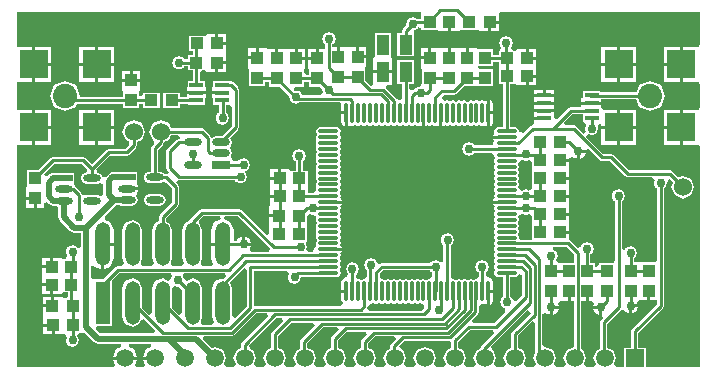
<source format=gtl>
%FSTAX23Y23*%
%MOIN*%
%SFA1B1*%

%IPPOS*%
%ADD10R,0.096063X0.096063*%
%ADD11C,0.080709*%
%ADD12R,0.043307X0.066929*%
%ADD13R,0.039370X0.043307*%
%ADD14R,0.043307X0.039370*%
%ADD15O,0.050000X0.144882*%
%ADD16R,0.050000X0.144882*%
%ADD17R,0.047244X0.013780*%
%ADD18O,0.059055X0.023622*%
%ADD19R,0.059055X0.023622*%
%ADD20O,0.059055X0.027559*%
%ADD21R,0.059055X0.027559*%
%ADD22R,0.045275X0.017716*%
%ADD23O,0.070866X0.011811*%
%ADD24O,0.011811X0.070866*%
%ADD25C,0.010000*%
%ADD26C,0.020000*%
%ADD27C,0.030000*%
%ADD28C,0.059055*%
%ADD29R,0.059055X0.059055*%
%ADD30C,0.060000*%
%ADD31C,0.020000*%
%LNtwo_ant_fpga_board-1*%
%LPD*%
G36*
X02998Y02018D02*
X03003Y02017D01*
Y02*
X02994Y01995*
X02994Y01995*
X02985Y01991*
X02983*
X02974Y01995*
X02974Y01995*
X02973Y01994*
X02964Y01991*
X02956Y01994*
X02955Y01995*
X02953Y01994*
X02945Y01991*
X02936Y01994*
X02935Y01995*
X02935Y01995*
X02926Y01991*
X02924*
X02915Y01995*
X02906Y01991*
X02905*
X02895Y01995*
X02886Y01991*
X02885*
X02876Y01995*
X02867Y01991*
X02865*
X02856Y01995*
X02847Y01991*
X02845*
X02836Y01995*
X02829Y02*
Y02012*
X02839Y02023*
X02997*
X02998Y02018*
G37*
G36*
X02316Y02003D02*
X02308Y01994D01*
X02305Y01996*
X02281Y01986*
X02271Y01962*
Y01867*
X02277Y01851*
X02271Y01841*
X02238*
X02232Y01851*
X02238Y01867*
Y01962*
X02228Y01986*
X02205Y01996*
X02186Y01988*
X02176Y01994*
X02172Y02003*
X02177Y02013*
X02312*
X02316Y02003*
G37*
G36*
X02594Y02635D02*
X0263D01*
X02638Y02627*
X02637Y02625*
X0264Y02616*
X02633Y02606*
X02569*
X02566Y02616*
X0255Y02622*
X02547Y02621*
X02543Y02625*
X02547Y02635*
X02575*
Y02651*
X02594*
Y02635*
G37*
G36*
X02299Y02193D02*
X02278Y02184D01*
X02267Y02157*
Y02115*
X02305*
Y02105*
X02267*
Y02062*
X02274Y02045*
X02268Y02036*
X02238*
X02232Y02046*
X02238Y02062*
Y02157*
X02228Y02181*
X02226Y0219*
X02239Y02203*
X02297*
X02299Y02193*
G37*
G36*
X02137Y02003D02*
X02133Y01994D01*
X02123Y01988*
X02105Y01996*
X02081Y01986*
X02071Y01962*
Y01879*
X02061Y01875*
X02038Y01898*
Y01962*
X02028Y01986*
X02005Y01996*
X01981Y01986*
X01971Y01962*
Y01867*
X01981Y01843*
X02005Y01834*
X02028Y01843*
X02034Y01857*
X02044Y01859*
X02081Y01821*
X02077Y01812*
X01897*
X01882Y01826*
X01886Y01836*
X01935*
Y01989*
X01959Y02013*
X02132*
X02137Y02003*
G37*
G36*
X03303Y02008D02*
Y01939D01*
X03284Y01921*
X03272Y01923*
X03268Y01933*
X03264Y01935*
Y02*
X03281*
X0329Y02004*
X0329Y02004*
X03293Y0201*
X03303Y02008*
G37*
G36*
X02935Y0191D02*
X02935Y0191D01*
X02936Y0191*
X02945Y01913*
X02953Y0191*
X02955Y0191*
X02956Y0191*
X02964Y01913*
X02973Y0191*
X02974Y0191*
X02977Y01908*
X02978Y01896*
X0297Y01888*
X02793*
X02787Y01898*
X02789Y01902*
Y01905*
X02797Y0191*
X02798Y0191*
X02807Y01913*
X02816Y0191*
X02817Y0191*
X02817Y0191*
X02826Y01914*
X02827*
X02836Y0191*
X02836Y0191*
X02837Y0191*
X02846Y01913*
X02855Y0191*
X02856Y0191*
X02856Y0191*
X02865Y01914*
X02867*
X02876Y0191*
X02885Y01914*
X02886*
X02895Y0191*
X02905Y01914*
X02906*
X02915Y0191*
X02924Y01914*
X02926*
X02935Y0191*
G37*
G36*
X0373Y01923D02*
X03753D01*
Y01909*
X03671Y01828*
X03668Y0182*
Y01765*
X03644*
Y017*
X03616*
X0361Y0171*
X03618Y0173*
X03607Y01757*
X03586Y01765*
Y01845*
X03633Y01891*
X03643Y0189*
X03645Y01885*
X0366Y0188*
Y01905*
X03665*
Y0191*
X0369*
X03687Y01915*
X03688Y01915*
X03694Y01923*
X03695*
X0372*
Y01955*
X0373*
Y01923*
G37*
G36*
X03465Y01921D02*
X03478D01*
Y01767*
X03452Y01757*
X03441Y0173*
X03449Y0171*
X03443Y017*
X03416*
X0341Y0171*
X03418Y0173*
X03407Y01757*
X0338Y01768*
X03371Y01773*
Y01876*
X03381Y0188*
X03395Y01875*
Y019*
X034*
Y01905*
X03425*
X03422Y01911*
X03423Y01913*
X03429Y01921*
X0343*
X03455*
Y01953*
X03465*
Y01921*
G37*
G36*
X02164Y02463D02*
X02163Y02461D01*
X0216*
X02151Y02458*
X02121Y02428*
X02118Y0242*
Y02365*
X02121Y02356*
X02126Y02351*
X02121Y02342*
X02117Y02344*
X02111*
X0211Y02346*
X02097Y02351*
X02091*
Y02424*
X02108Y02441*
X02111Y0245*
Y0245*
X02127Y02457*
X02134Y02473*
X02158*
X02164Y02463*
G37*
G36*
X03315Y02387D02*
X03325Y02391D01*
X03335Y02385*
Y02364*
Y02355*
Y02304*
Y02295*
X03327Y02289*
X03325Y02288*
X03315Y02292*
X03303Y02288*
X03293Y02293*
X03291Y02299*
X03294Y02307*
X03294Y02309*
X03294Y02309*
X0329Y02318*
Y02319*
X03294Y02328*
X03294Y02328*
X03294Y02329*
X03291Y02338*
X03294Y02347*
X03294Y02348*
X03294Y02349*
X03291Y02358*
X03294Y02367*
X03294Y02368*
X03294Y02368*
X0329Y02377*
Y02378*
X03293Y02385*
X03302Y02391*
X03303Y02391*
X03315Y02387*
G37*
G36*
X03561Y02391D02*
X0357Y02388D01*
X03595*
X03646Y02336*
X03655Y02333*
X03738*
X03745Y02323*
X03742Y02315*
X03748Y02298*
X03753Y02297*
Y02058*
X0375Y02049*
X03743*
X03699*
X0369*
X03676*
Y02062*
X03681Y02063*
X03687Y0208*
X03681Y02096*
X03665Y02102*
X03648Y02096*
X03646Y02091*
X03636Y02093*
Y02252*
X03641Y02253*
X03647Y0227*
X03641Y02286*
X03625Y02292*
X03608Y02286*
X03602Y0227*
X03608Y02253*
X03613Y02252*
Y02056*
X0361Y02047*
X03569*
X03569Y02047*
X03568Y02047*
X03559*
Y02042*
X03552Y02034*
X03545Y02035*
Y02047*
X03531*
Y02077*
X03536Y02078*
X03542Y02095*
X03536Y02111*
X0352Y02117*
X03503Y02111*
X03499Y02101*
X03488Y02098*
X03466Y0212*
X03461Y02122*
Y02145*
X0343*
Y02155*
X03461*
Y0217*
Y02179*
Y02189*
Y02205*
X0343*
Y02215*
X03461*
Y0223*
Y02239*
Y02249*
Y02265*
X0343*
Y02275*
X03461*
Y0229*
Y02299*
Y02309*
Y02325*
X0343*
Y02335*
X03461*
Y0235*
Y02359*
Y02369*
Y02385*
X0343*
Y02395*
X03461*
Y02397*
X03471Y024*
X03485Y02395*
Y0242*
X0349*
Y02425*
X03518*
X03524Y02429*
X03561Y02391*
G37*
G36*
X03505Y02516D02*
X03511D01*
X03517Y02506*
X03512Y02495*
X03516Y02484*
X03508Y02478*
X03483Y02503*
X03475Y02506*
X03446*
X03442Y02516*
X03469Y02543*
X03505*
Y02516*
G37*
G36*
X01854Y02359D02*
X01852Y02353D01*
X0185Y02348*
X01838Y02343*
X01832Y02329*
X01838Y02316*
X01851Y0231*
X01887*
X01897Y02314*
X01907Y02309*
Y02275*
X01907Y02274*
X01899Y02269*
X01887Y02274*
X01851*
X01846Y02272*
X01836Y02275*
X01833Y02283*
X01816Y023*
X01812Y02302*
X01812Y02302*
X0181Y02312*
Y02347*
X01739*
Y02346*
X01727Y02342*
X01721Y02336*
X0171Y02339*
X0171Y02343*
X01744Y02378*
X01835*
X01854Y02359*
G37*
G36*
X02463Y02094D02*
X02459Y02084D01*
X02401*
X02395Y02094*
X024Y02105*
X02375*
Y0211*
X0237*
Y02135*
X02355Y02129*
X02352Y02121*
X02342*
Y02157*
X02331Y02184*
X0231Y02193*
X02312Y02203*
X02355*
X02463Y02094*
G37*
G36*
X03478Y02075D02*
Y02047D01*
X03434*
X03425*
X03419Y02054*
X03417Y02057*
X03422Y0207*
X03416Y02086*
X03405Y0209*
X03407Y021*
X03452*
X03478Y02075*
G37*
G36*
X03315Y02207D02*
X03325Y02211D01*
X03335Y02205*
Y02184*
Y02175*
Y02124*
X03325Y02124*
X03299*
X03294Y02131*
X03294Y02132*
X03291Y02141*
X03294Y0215*
X03294Y02151*
X03294Y02152*
X03291Y02161*
X03294Y0217*
X03294Y02171*
X03294Y02171*
X0329Y0218*
Y02181*
X03294Y0219*
X03294Y0219*
X03294Y02192*
X03291Y022*
X03293Y02206*
X03303Y02211*
X03315Y02207*
G37*
G36*
X02605D02*
X02606Y02207D01*
X02618Y02202*
X02618Y022*
X02615Y02192*
X02615Y0219*
X02615Y0219*
X02619Y02181*
Y0218*
X02615Y02171*
X02615Y02171*
X02615Y0217*
X02618Y02161*
X02615Y02152*
X02615Y02151*
X02615Y0215*
X02618Y02141*
X02615Y02132*
X02615Y02131*
X02615Y02131*
X02619Y02122*
Y02121*
X02615Y02112*
X02618Y02105*
X02616Y02104*
X02611Y02092*
X02605Y02084*
X0259*
X02584Y02093*
X02587Y021*
X02583Y02109*
X02587Y02119*
Y0217*
Y02179*
Y02203*
X02597Y0221*
X02605Y02207*
G37*
G36*
X03068Y01785D02*
Y01763D01*
X03052Y01757*
X03041Y0173*
X03049Y0171*
X03043Y017*
X03016*
X0301Y0171*
X03018Y0173*
X03007Y01757*
X0298Y01768*
X02952Y01757*
X02941Y0173*
X02949Y0171*
X02943Y017*
X02916*
X0291Y0171*
X02918Y0173*
X02907Y01757*
X02895Y01762*
X02893Y01771*
X02909Y01788*
X03063*
X03068Y01785*
G37*
G36*
X02882Y01793D02*
X02866Y01778D01*
X02863Y0177*
Y01761*
X02852Y01757*
X02841Y0173*
X02849Y0171*
X02843Y017*
X02816*
X0281Y0171*
X02818Y0173*
X02807Y01757*
X02791Y01763*
Y0178*
X02814Y01803*
X02878*
X02882Y01793*
G37*
G36*
X03211Y01813D02*
X03166Y01768D01*
X03163Y01761*
X03152Y01757*
X03141Y0173*
X03149Y0171*
X03143Y017*
X03116*
X0311Y0171*
X03118Y0173*
X03107Y01757*
X03091Y01763*
Y01785*
X03129Y01823*
X03207*
X03211Y01813*
G37*
G36*
X03348Y01848D02*
Y0175D01*
X03348Y01747*
X03341Y0173*
X03349Y0171*
X03343Y017*
X03316*
X0331Y0171*
X03318Y0173*
X03307Y01757*
X03291Y01763*
Y01805*
X03338Y01852*
X03348Y01848*
G37*
G36*
X03331Y01885D02*
X03332Y01878D01*
X03271Y01818*
X03268Y0181*
Y01763*
X03252Y01757*
X03241Y0173*
X03249Y0171*
X03243Y017*
X03216*
X0321Y0171*
X03218Y0173*
X03207Y01757*
X03202Y01759*
X032Y01768*
X03321Y01889*
X03331Y01885*
G37*
G36*
X02787Y01808D02*
X02771Y01793D01*
X02768Y01785*
Y01763*
X02752Y01757*
X02741Y0173*
X02749Y0171*
X02743Y017*
X02716*
X0271Y0171*
X02718Y0173*
X02707Y01757*
X02691Y01763*
Y0179*
X02719Y01818*
X02783*
X02787Y01808*
G37*
G36*
X02458Y0187D02*
X02371Y01783D01*
X02368Y01775*
Y01763*
X02352Y01757*
X02341Y0173*
X02349Y0171*
X02343Y017*
X02316*
X0231Y0171*
X02318Y0173*
X02307Y01757*
X0228Y01768*
X0227Y01764*
X0224Y01793*
X02244Y01803*
X02336*
X02344Y01806*
X02417Y01879*
X02454*
X02458Y0187*
G37*
G36*
X03895Y02776D02*
X03892Y02767D01*
X03885*
X03839*
Y02709*
Y0265*
X03885*
X03892*
X03895Y02641*
Y02566*
X03892Y02557*
X03885*
X03839*
Y02499*
Y02441*
X03885*
X03892*
X03895Y02432*
Y017*
X03715*
Y01765*
X03691*
Y01815*
X03773Y01896*
X03776Y01905*
Y02297*
X03781Y02298*
X03787Y02315*
X03793Y02326*
X03796Y02326*
X03807Y02315*
X03801Y023*
X03812Y02272*
X0384Y02261*
X03867Y02272*
X03878Y023*
X03867Y02327*
X0384Y02338*
X03824Y02332*
X03803Y02353*
X03795Y02356*
X03659*
X03608Y02408*
X036Y02411*
X03574*
X03518Y02468*
X03524Y02476*
X03535Y02472*
X03551Y02478*
X03557Y02495*
X03555Y02501*
X03561Y0251*
X03566Y0251*
X03567Y02507*
Y02504*
X0362*
Y02557*
X03576*
X03568Y02563*
Y02567*
Y02575*
X03535*
X03501*
Y02566*
X03465*
X03456Y02563*
X0342Y02527*
X03411Y02531*
Y0255*
X03377*
X03343*
Y02538*
Y02534*
X03377*
Y02524*
X03343*
Y02512*
X03336Y02505*
X03331Y02503*
X03309Y02481*
X03296Y02482*
X03294Y02485*
X03294Y02486*
X0329Y02495*
X0329Y02495*
X03281Y02499*
X03264*
Y02644*
X0328*
X03288Y0264*
X03289*
X03315*
Y0267*
X0332*
Y02675*
X03351*
Y0269*
Y02699*
Y02709*
Y02725*
X0332*
Y0273*
X03315*
Y02759*
X03289*
X03288*
X0328Y02755*
X0327Y02756*
X03266Y02765*
X03272Y0278*
X03266Y02796*
X0325Y02802*
X03233Y02796*
X03227Y0278*
X03233Y02765*
X03229Y02755*
X03225*
Y02741*
X03205*
Y02759*
X03158*
X03149Y02763*
X03145*
X03125*
Y02731*
X03115*
Y02763*
X03099*
X0309*
X0308*
X03065*
Y02731*
X03055*
Y02763*
X03034*
X03027*
X0302*
X03*
Y02731*
X02995*
Y02726*
X02965*
Y027*
Y027*
X02969Y02691*
Y0269*
Y02646*
X02965Y02637*
X0296Y02635*
X02948Y02631*
X02947Y02626*
X02945*
X02937Y02623*
X02927Y02627*
Y02645*
X02942*
Y02724*
X02887*
Y02645*
X02903*
Y02597*
X02895Y0259*
X02886Y02592*
X02884Y02597*
X0285Y02631*
X02852Y0264*
X02853Y02641*
X02871*
Y0268*
X02808*
Y02646*
Y02641*
X028Y02636*
X02799*
X0278Y02656*
Y02695*
X02784Y02703*
Y02704*
Y0273*
X02755*
Y02735*
X0275*
Y02766*
X02729*
X02722*
X02715*
X02695*
Y02735*
X02685*
Y02766*
X02671*
Y02777*
X02676Y02778*
X02682Y02795*
X02676Y02811*
X0266Y02817*
X02643Y02811*
X02637Y02795*
X02643Y02778*
X02648Y02777*
Y02761*
X02625*
Y0273*
X0262*
Y02725*
X0259*
Y02698*
X02594Y0269*
Y02674*
X02582*
X02575Y02682*
Y0269*
X02579Y02698*
Y02699*
Y02725*
X0255*
Y0273*
X02545*
Y02761*
X02524*
X02517*
X0251*
X0249*
Y0273*
X0248*
Y02761*
X02458*
X02449Y02763*
X02446*
X02425*
Y02731*
X0242*
Y02726*
X0239*
Y027*
Y027*
X02394Y02691*
Y0269*
Y02637*
X02445*
Y02651*
X02459*
Y02635*
X02495*
X02528Y02602*
X02527Y026*
X02533Y02583*
X0255Y02577*
X02564Y02583*
X02697*
X02701Y02576*
Y02552*
X02718*
Y02547*
X02723*
Y02502*
X0273Y02505*
X02738Y02504*
X02739Y02505*
X02748Y02508*
X02757Y02505*
X02758Y02504*
X02758Y02504*
X02767Y02508*
X02768*
X02777Y02504*
X02777Y02504*
X02778Y02505*
X02787Y02508*
X02796Y02505*
X02797Y02504*
X02798Y02505*
X02807Y02508*
X02816Y02505*
X02817Y02504*
X02818Y02505*
X02827Y02508*
X02835Y02505*
X02836Y02504*
X02837Y02505*
X02846Y02508*
X02855Y02505*
X02856Y02504*
X02857Y02505*
X02866Y02508*
X02875Y02505*
X02876Y02504*
X02877Y02505*
X02886Y02508*
X02894Y02505*
X02895Y02504*
X02897Y02505*
X02905Y02508*
X02914Y02505*
X02915Y02504*
X02916Y02505*
X02925Y02508*
X02934Y02505*
X02935Y02504*
X02936Y02505*
X02945Y02508*
X02953Y02505*
X02955Y02504*
X02961Y02507*
X02962Y02505*
X02969Y02502*
Y02547*
X02979*
Y02502*
X02986Y02505*
X02987Y02507*
X02994Y02504*
X02995Y02505*
X03004Y02508*
X03012Y02505*
X03014Y02504*
X03021Y02505*
X03028Y02502*
Y02547*
X03038*
Y02502*
X03045Y02505*
X03046Y02507*
X03053Y02504*
X03054Y02505*
X03063Y02508*
X03072Y02505*
X03073Y02504*
X03073Y02504*
X03082Y02508*
X03083*
X03092Y02504*
X03092Y02504*
X03093Y02505*
X03102Y02508*
X03111Y02505*
X03112Y02504*
X03112Y02504*
X03121Y02508*
X03123*
X03132Y02504*
X03132Y02504*
X03133Y02505*
X03142Y02508*
X0315Y02505*
X03151Y02504*
X03152Y02505*
X03161Y02508*
X0317Y02505*
X03171Y02504*
X03179Y02505*
X03186Y02502*
Y02547*
Y02591*
X03179Y02588*
X03171Y02589*
X0317Y02589*
X03161Y02586*
X03152Y02589*
X03151Y02589*
X0315Y02589*
X03142Y02586*
X03133Y02589*
X03132Y02589*
X03132Y02589*
X03123Y02585*
X03121*
X03112Y02589*
X03112Y02589*
X03111Y02589*
X03102Y02586*
X03093Y02589*
X03092Y02589*
X03092Y02589*
X03083Y02585*
X03082*
X03073Y02589*
X03073Y02589*
X03072Y02589*
X03063Y02586*
X03054Y02589*
X03053Y02589*
X03046Y02586*
X03045Y02588*
X0304Y02591*
X03037Y02601*
X03042Y02608*
X03075*
X03083Y02611*
X03109Y02637*
X03145*
X03154*
X03205*
Y02692*
X03163*
X03158Y02699*
X03157Y02702*
X03159Y02704*
X03205*
Y02718*
X03225*
Y02704*
Y02695*
Y02644*
X0324*
Y02499*
X03222*
X03213Y02495*
X03213Y02495*
X03209Y02486*
X0321Y02478*
X03207Y02471*
X03252*
Y02461*
X03207*
X0321Y02454*
X03208Y02444*
X03204Y02439*
X03144*
X03142Y02443*
X03126Y02449*
X0311Y02443*
X03103Y02427*
X0311Y02411*
X03126Y02404*
X03142Y02411*
X03144Y02415*
X03204*
X03209Y02407*
X0321Y02406*
X03213Y02397*
X0321Y02388*
X03209Y02387*
X03209Y02387*
X03213Y02378*
Y02377*
X03209Y02368*
X03209Y02368*
X0321Y02367*
X03213Y02358*
X0321Y02349*
X03209Y02348*
X0321Y02347*
X03213Y02338*
X0321Y02329*
X03209Y02328*
X03209Y02328*
X03213Y02319*
Y02318*
X03209Y02309*
X03209Y02309*
X0321Y02307*
X03213Y02299*
X0321Y0229*
X03209Y02289*
X03209Y02289*
X03213Y0228*
Y02278*
X03209Y02269*
X03212Y02263*
X0321Y02262*
X03207Y02255*
X03252*
Y02245*
X03207*
X0321Y02237*
X03212Y02236*
X03209Y0223*
X03213Y02221*
Y02219*
X03209Y0221*
X03209Y0221*
X0321Y02209*
X03213Y022*
X0321Y02192*
X03209Y0219*
X03209Y0219*
X03213Y02181*
Y0218*
X03209Y02171*
X03209Y02171*
X0321Y0217*
X03213Y02161*
X0321Y02152*
X03209Y02151*
X0321Y0215*
X03213Y02141*
X0321Y02132*
X03209Y02131*
X03209Y02131*
X03213Y02122*
Y02121*
X03209Y02112*
X03209Y02112*
X0321Y02111*
X03213Y02102*
X0321Y02093*
X03209Y02092*
X0321Y02091*
X03213Y02082*
X0321Y02073*
X03209Y02072*
X03209Y02072*
X03213Y02063*
Y02062*
X03209Y02053*
X03209Y02053*
X0321Y02052*
X03213Y02043*
X0321Y02034*
X03209Y02033*
X03209Y02033*
X03213Y02024*
Y02022*
X03209Y02013*
X03213Y02004*
X03222Y02*
X0324*
Y01935*
X03236Y01933*
X03229Y01917*
X03236Y01901*
X03246Y01897*
X03248Y01885*
X0321Y01846*
X0314*
X03136Y01856*
X03156Y01876*
X03159Y01884*
Y01904*
X03168Y0191*
X03171Y0191*
X03171Y0191*
X03179Y01911*
X03186Y01908*
Y01952*
X03191*
Y01957*
X03208*
Y01982*
X03203Y01994*
X03191Y01999*
X03183Y02004*
Y02017*
X03186Y02018*
X03192Y02035*
X03186Y02051*
X0317Y02057*
X03153Y02051*
X03147Y02035*
X03153Y02018*
X03159Y02016*
Y02*
X03151Y01995*
X0315Y01994*
X03142Y01991*
X03133Y01994*
X03132Y01995*
X03132Y01995*
X03123Y01991*
X03121*
X03112Y01995*
X03112Y01995*
X03111Y01994*
X03102Y01991*
X03093Y01994*
X03092Y01995*
X03092Y01995*
X03083Y01991*
X03082*
X03073Y01995*
X03065Y02*
Y02106*
X03071Y02108*
X03077Y02125*
X03071Y02141*
X03055Y02147*
X03038Y02141*
X03032Y02125*
X03038Y02108*
X03041Y02107*
Y02051*
X03031Y0205*
X03031Y02051*
X03015Y02057*
X02998Y02051*
X02997Y02046*
X02835*
X02826Y02043*
X02818Y02049*
X02816Y02056*
X028Y02062*
X02783Y02056*
X02777Y0204*
X02783Y02023*
X02785Y02023*
Y02*
X02777Y01995*
X02776Y01994*
X02767Y01991*
X02759Y01994*
X02758Y01995*
X02751Y01999*
X02752Y02009*
X02754Y0201*
X02761Y02026*
X02754Y02042*
X02738Y02049*
X02722Y02042*
X02715Y02026*
X02722Y0201*
X0272Y02*
X02718Y01999*
X02706Y01994*
X02701Y01982*
Y01957*
X02718*
Y01947*
X02701*
Y01923*
X02705Y01913*
X02701Y01903*
X02412*
X0241Y01904*
Y02021*
X02521*
X02527Y02011*
X02522Y02*
X02528Y01983*
X02545Y01977*
X02561Y01983*
X02567Y02*
X02568Y02001*
X02625*
X02628Y02*
X02687*
X02696Y02004*
X027Y02013*
X02696Y02022*
Y02024*
X027Y02033*
X027Y02033*
X02699Y02034*
X02696Y02043*
X02699Y02052*
X027Y02053*
X027Y02053*
X02696Y02062*
Y02063*
X027Y02072*
X02697Y02079*
X02699Y0208*
X02702Y02087*
X02657*
Y02097*
X02702*
X02699Y02104*
X02697Y02105*
X027Y02112*
X02696Y02121*
Y02122*
X027Y02131*
X027Y02131*
X02699Y02132*
X02696Y02141*
X02699Y0215*
X027Y02151*
X02699Y02152*
X02696Y02161*
X02699Y0217*
X027Y02171*
X027Y02171*
X02696Y0218*
Y02181*
X027Y0219*
X027Y0219*
X02699Y02192*
X02696Y022*
X02699Y02209*
X027Y0221*
X027Y0221*
X02696Y02219*
Y02221*
X027Y0223*
X02697Y02236*
X02699Y02237*
X02702Y02245*
X02657*
Y02255*
X02702*
X02699Y02262*
X02697Y02263*
X027Y02269*
X02696Y02278*
Y0228*
X027Y02289*
X027Y02289*
X02699Y0229*
X02696Y02299*
X02699Y02307*
X027Y02309*
X027Y02309*
X02696Y02318*
Y02319*
X027Y02328*
X027Y02328*
X02699Y02329*
X02696Y02338*
X02699Y02347*
X027Y02348*
X02699Y02349*
X02696Y02358*
X02699Y02367*
X027Y02368*
X027Y02368*
X02696Y02377*
Y02378*
X027Y02387*
X027Y02387*
X02699Y02388*
X02696Y02397*
X02699Y02406*
X027Y02407*
X027Y02407*
X02696Y02416*
Y02418*
X027Y02427*
X027Y02427*
X02699Y02428*
X02696Y02437*
X02699Y02445*
X027Y02446*
X02699Y02447*
X02696Y02456*
X02699Y02465*
X027Y02466*
X027Y02466*
X02696Y02475*
Y02477*
X027Y02486*
X02696Y02495*
X02687Y02499*
X02628*
X02619Y02495*
X02615Y02486*
X02619Y02477*
Y02475*
X02615Y02466*
X02615Y02466*
X02615Y02465*
X02618Y02456*
X02615Y02447*
X02615Y02446*
X02615Y02445*
X02618Y02437*
X02615Y02428*
X02615Y02427*
X02615Y02427*
X02619Y02418*
Y02416*
X02615Y02407*
X02615Y02407*
X02615Y02406*
X02618Y02397*
X02615Y02388*
X02615Y02387*
X02615Y02387*
X02619Y02378*
Y02377*
X02615Y02368*
X02615Y02368*
X02615Y02367*
X02618Y02358*
X02615Y02349*
X02615Y02348*
X02615Y02347*
X02618Y02338*
X02615Y02329*
X02615Y02328*
X02615Y02328*
X02619Y02319*
Y02318*
X02615Y02309*
X02615Y02309*
X02615Y02307*
X02618Y02299*
X02615Y0229*
X02615Y02289*
X0261Y02281*
X02589*
Y02295*
Y02304*
Y02355*
X02573*
Y02387*
X02576Y02388*
X02582Y02405*
X02576Y02421*
X0256Y02427*
X02543Y02421*
X02537Y02405*
X02543Y02388*
X0255Y02386*
Y02355*
X02534*
X02526Y02359*
X025*
Y0233*
X02495*
Y02325*
X02463*
Y023*
Y02299*
Y02275*
X02495*
Y02265*
X02463*
Y0224*
X02461Y02234*
Y02231*
Y0221*
X02493*
Y022*
X02461*
Y02175*
Y02174*
Y02143*
X02452Y02139*
X02368Y02223*
X0236Y02226*
X02235*
X02226Y02223*
X02196Y02193*
X02193Y02186*
X02181Y02181*
X02171Y02157*
Y02062*
X02177Y02046*
X02171Y02036*
X02138*
X02132Y02046*
X02138Y02062*
Y02157*
X02128Y02181*
X02118Y02185*
X02117Y02195*
X02158Y02236*
X02161Y02245*
Y023*
X02158Y02308*
X0215Y02316*
X02156Y02324*
X0216Y02323*
X02347*
X02348Y02318*
X02365Y02312*
X02381Y02318*
X02387Y02335*
X02381Y02351*
Y02354*
X02391Y02358*
X02397Y02375*
X02391Y02391*
X02375Y02397*
X02358Y02391*
X02357Y02387*
X0234*
X02335Y02394*
X02334Y02404*
X02337Y02412*
X02332Y02424*
X02331Y02431*
X02332Y02438*
X02337Y0245*
X02331Y02464*
X02358Y02491*
X02361Y025*
Y02625*
X02358Y02633*
X02342Y02649*
X02334Y02652*
X0233*
Y02655*
X02273*
Y02633*
X02269*
Y0262*
X02302*
Y0261*
X02269*
Y02596*
X02273*
Y02574*
X02293*
Y02547*
X02288Y02546*
X02282Y0253*
X02288Y02513*
X02305Y02507*
X02321Y02513*
X02327Y0253*
X02321Y02546*
X02316Y02547*
Y02574*
X0233*
X02338Y02567*
Y02504*
X02304Y02471*
X02284*
X02275Y02467*
X02268Y02465*
X02263Y02472*
X02263Y02473*
X02243Y02493*
X02235Y02496*
X02134*
X02127Y02512*
X021Y02523*
X02072Y02512*
X02061Y02485*
X02072Y02457*
X02076Y02455*
X02078Y02445*
X02071Y02437*
X02067Y02429*
Y02351*
X02061*
X02048Y02346*
X02042Y02332*
X02048Y02318*
X02061Y02313*
X02097*
X0211Y02318*
X02119Y02314*
X02138Y02295*
Y02249*
X02096Y02208*
X02093Y022*
Y02186*
X02081Y02181*
X02071Y02157*
Y02062*
X02077Y02046*
X02071Y02036*
X02038*
X02032Y02046*
X02038Y02062*
Y02157*
X02028Y02181*
X02005Y0219*
X01981Y02181*
X01971Y02157*
Y02062*
X01977Y02046*
X01971Y02036*
X01955*
X01946Y02033*
X01906Y01993*
X01874*
X01867Y02*
Y02036*
X01877Y02038*
X01878Y02035*
X019Y02026*
Y0211*
X01905*
Y02115*
X01942*
Y02157*
X01931Y02184*
X01914Y02191*
X01912Y02203*
X01949Y0224*
X01962*
X01967Y02238*
X02002*
X02016Y02243*
X02022Y02257*
X02016Y02271*
X02019Y02278*
X02019Y02278*
X02024Y0229*
X01985*
Y023*
X02024*
X02022Y02305*
X0202Y02314*
Y0235*
X01949*
Y02349*
X01937*
X01925Y02344*
X01915Y02334*
X01905Y02335*
X01903Y02336*
X019Y02343*
X01888Y02348*
X01886Y02353*
X01884Y02359*
X01929Y02404*
X01986*
X01994Y02407*
X02018Y02431*
X02021Y0244*
Y0245*
X02037Y02457*
X02048Y02485*
X02037Y02512*
X0201Y02523*
X01982Y02512*
X01971Y02485*
X01982Y02457*
X01993Y02452*
X01994Y02441*
X01981Y02427*
X01925*
X01916Y02424*
X01869Y02377*
X01848Y02398*
X0184Y02401*
X0174*
X01731Y02398*
X0169Y02357*
X01654*
Y02304*
Y02303*
X0165Y02294*
Y02294*
Y02268*
X0168*
Y02263*
X01685*
Y02231*
X01709*
Y02246*
X01719Y0225*
X01727Y02242*
X0174Y02237*
X01752*
X01757Y02235*
X01757*
Y022*
X01762Y02187*
X01797Y02152*
X01809Y02147*
X01832*
Y02099*
X01822Y02097*
X01821Y02101*
X01805Y02107*
X01788Y02101*
X01782Y02085*
X01788Y0207*
X01784Y02061*
X01774Y0206*
X01766Y02064*
X01765*
X0174*
Y02035*
X01735*
Y0203*
X01703*
Y02014*
Y02005*
Y01995*
Y0198*
X01735*
Y01975*
X0174*
Y01945*
X01765*
X01766*
X01775Y01949*
X01776*
X0179*
Y01937*
X01782Y0193*
X01778*
X01769Y01934*
X01769*
X01743*
Y01905*
X01738*
Y019*
X01706*
Y01878*
Y01875*
X01708Y01866*
Y01845*
X0174*
Y0184*
X01745*
Y0181*
X0177*
X01771*
X01774Y01811*
X0178Y01809*
X01785Y01798*
X01782Y0179*
X01788Y01773*
X01805Y01767*
X01821Y01773*
X01827Y0179*
X01821Y01804*
X01826Y01812*
X01834Y01814*
X01844Y01815*
X01877Y01782*
X0189Y01777*
X01965*
X01967Y01767*
X01949Y0176*
X01939Y01735*
X0198*
X0202*
X0201Y0176*
X01992Y01767*
X01994Y01777*
X02065*
X02067Y01767*
X02049Y0176*
X02039Y01735*
X0208*
Y01725*
X02039*
X02046Y01708*
X0204Y017*
X02019*
X02013Y01708*
X0202Y01725*
X0198*
X01939*
X01946Y01708*
X0194Y017*
X0162*
Y02441*
X0167*
Y02499*
Y02557*
X0162*
Y0265*
X0167*
Y02709*
Y02767*
X0162*
Y02885*
X02965*
X02967Y02875*
Y02861*
X02954*
X0294Y02867*
X02923Y02861*
X02917Y02845*
X02918Y0284*
X02906Y02828*
X02903Y0282*
Y02815*
X02887*
Y02736*
X02942*
Y02815*
X02944Y02824*
X02956Y02828*
X02957Y02832*
X02967Y0283*
Y02824*
X03021*
X0303Y0282*
X03056*
Y0285*
X03066*
Y0282*
X03093*
X031Y02824*
X03153*
X03155*
X03163Y0282*
X03164*
X0319*
Y0285*
X03195*
Y02855*
X03226*
Y02875*
Y02879*
X03234Y02885*
X03895*
Y02776*
G37*
G36*
X02508Y01855D02*
X02471Y01818D01*
X02468Y0181*
Y01763*
X02452Y01757*
X02441Y0173*
X02449Y0171*
X02443Y017*
X02416*
X0241Y0171*
X02418Y0173*
X02407Y01757*
X02396Y01761*
X02394Y01772*
X02486Y01864*
X02504*
X02508Y01855*
G37*
G36*
X02692Y01823D02*
X02671Y01803D01*
X02668Y01795*
Y01763*
X02652Y01757*
X02641Y0173*
X02649Y0171*
X02643Y017*
X02616*
X0261Y0171*
X02618Y0173*
X02607Y01757*
X02586Y01765*
Y0178*
X02639Y01833*
X02688*
X02692Y01823*
G37*
G36*
X02612Y01838D02*
X02566Y01793D01*
X02563Y01785*
Y01761*
X02552Y01757*
X02541Y0173*
X02549Y0171*
X02543Y017*
X02516*
X0251Y0171*
X02518Y0173*
X02507Y01757*
X02491Y01763*
Y01805*
X02534Y01848*
X02608*
X02612Y01838*
G37*
G36*
X02386Y02025D02*
Y01903D01*
X02346Y01863*
X02338Y01869*
Y01962*
X0233Y01983*
X02376Y02029*
X02386Y02025*
G37*
G36*
X02155Y01967D02*
X02159Y01968D01*
X02171Y01956*
Y01879*
X02161Y01875*
X02138Y01898*
Y01962*
X02138Y01963*
X02145Y01971*
X02155Y01967*
G37*
G36*
X03525Y01921D02*
X03535D01*
X03542Y01911*
X0354Y01905*
X03565*
Y019*
X0357*
Y01871*
X03574Y01865*
X03566Y01858*
X03563Y0185*
Y01761*
X03552Y01757*
X03541Y0173*
X03549Y0171*
X03543Y017*
X03516*
X0351Y0171*
X03518Y0173*
X03507Y01757*
X03501Y01759*
Y01921*
X03515*
Y01953*
X03525*
Y01921*
G37*
%LNtwo_ant_fpga_board-2*%
%LPC*%
G36*
X0369Y019D02*
X0367D01*
Y0188*
X03684Y01885*
X0369Y019*
G37*
G36*
X03425Y01895D02*
X03405D01*
Y01875*
X03419Y0188*
X03425Y01895*
G37*
G36*
X03515Y02415D02*
X03495D01*
Y02395*
X03509Y024*
X03515Y02415*
G37*
G36*
X0238Y02135D02*
Y02115D01*
X024*
X02394Y02129*
X0238Y02135*
G37*
G36*
X01733Y02494D02*
X0168D01*
Y02441*
X01733*
Y02494*
G37*
G36*
X0249Y02359D02*
X02463D01*
Y02335*
X0249*
Y02359*
G37*
G36*
X01733Y01934D02*
X01706D01*
Y0191*
X01733*
Y01934*
G37*
G36*
X03829Y02494D02*
X03776D01*
Y02441*
X03829*
Y02494*
G37*
G36*
X03208Y01947D02*
X03196D01*
Y01908*
X03203Y01911*
X03208Y01923*
Y01947*
G37*
G36*
X01735Y01835D02*
X01708D01*
Y0181*
X01735*
Y01835*
G37*
G36*
X0173Y0197D02*
X01703D01*
Y01945*
X0173*
Y0197*
G37*
G36*
X01942Y02105D02*
X0191D01*
Y02026*
X01931Y02035*
X01942Y02062*
Y02105*
G37*
G36*
X0173Y02064D02*
X01703D01*
Y0204*
X0173*
Y02064*
G37*
G36*
X01675Y02258D02*
X0165D01*
Y02231*
X01675*
Y02258*
G37*
G36*
X02097Y02276D02*
X02061D01*
X02048Y02271*
X02042Y02257*
X02048Y02243*
X02061Y02238*
X02097*
X0211Y02243*
X02116Y02257*
X0211Y02271*
X02097Y02276*
G37*
G36*
X01733Y02767D02*
X0168D01*
Y02714*
X01733*
Y02767*
G37*
G36*
X02867Y02815D02*
X02812D01*
Y02738*
Y02736*
X02808Y02728*
Y02727*
Y0269*
X02871*
Y02727*
Y02728*
X02867Y02736*
Y02738*
Y02815*
G37*
G36*
X0188Y02767D02*
X01826D01*
Y02714*
X0188*
Y02767*
G37*
G36*
X0362D02*
X03567D01*
Y02714*
X0362*
Y02767*
G37*
G36*
X01943D02*
X0189D01*
Y02714*
X01943*
Y02767*
G37*
G36*
X02316Y0271D02*
X0229D01*
Y02685*
X02316*
Y0271*
G37*
G36*
X0362Y02704D02*
X03567D01*
Y0265*
X0362*
Y02704*
G37*
G36*
X01943D02*
X0189D01*
Y0265*
X01943*
Y02704*
G37*
G36*
X03683D02*
X0363D01*
Y0265*
X03683*
Y02704*
G37*
G36*
X02029Y02688D02*
X02005D01*
Y02661*
X02029*
Y02688*
G37*
G36*
X01995D02*
X0197D01*
Y02661*
X01995*
Y02688*
G37*
G36*
X0299Y02763D02*
X02965D01*
Y02736*
X0299*
Y02763*
G37*
G36*
X02415D02*
X0239D01*
Y02736*
X02415*
Y02763*
G37*
G36*
X0276Y02766D02*
Y0274D01*
X02784*
Y02766*
X0276*
G37*
G36*
X03226Y02845D02*
X032D01*
Y0282*
X03226*
Y02845*
G37*
G36*
X02291Y02809D02*
Y02785D01*
X02318*
Y02809*
X02291*
G37*
G36*
X03325Y02759D02*
Y02735D01*
X03351*
Y02759*
X03325*
G37*
G36*
X03829Y02767D02*
X03776D01*
Y02714*
X03829*
Y02767*
G37*
G36*
X03683D02*
X0363D01*
Y02714*
X03683*
Y02767*
G37*
G36*
X02255Y02809D02*
X02246Y02805D01*
X02245*
X02192*
Y02754*
X02205*
Y0274*
X0219*
Y02726*
X02177*
X02176Y02731*
X0216Y02737*
X02143Y02731*
X02137Y02715*
X02143Y02698*
X0216Y02692*
X02176Y02698*
X02177Y02703*
X0219*
Y02689*
X02205*
Y02655*
X02189*
Y02633*
X02185*
Y0262*
X02217*
X0225*
Y02633*
X02246*
Y02655*
X02229*
Y02682*
X02236Y02689*
X02245*
X02253Y02685*
X02254*
X0228*
Y02715*
X02285*
Y0272*
X02316*
Y02741*
X02318Y0275*
Y02753*
Y02775*
X02286*
Y0278*
X02281*
Y02809*
X02255*
X02255*
G37*
G36*
X02555Y02761D02*
Y02735D01*
X02579*
Y02761*
X02555*
G37*
G36*
X02615D02*
X0259D01*
Y02735*
X02615*
Y02761*
G37*
G36*
X0188Y02704D02*
X01826D01*
Y0265*
X0188*
Y02704*
G37*
G36*
Y02557D02*
X01826D01*
Y02504*
X0188*
Y02557*
G37*
G36*
X01733D02*
X0168D01*
Y02504*
X01733*
Y02557*
G37*
G36*
X01943D02*
X0189D01*
Y02504*
X01943*
Y02557*
G37*
G36*
X03829D02*
X03776D01*
Y02504*
X03829*
Y02557*
G37*
G36*
X03683D02*
X0363D01*
Y02504*
X03683*
Y02557*
G37*
G36*
X03208Y02542D02*
X03196D01*
Y02502*
X03203Y02505*
X03208Y02517*
Y02542*
G37*
G36*
X01943Y02494D02*
X0189D01*
Y02441*
X01943*
Y02494*
G37*
G36*
X0188D02*
X01826D01*
Y02441*
X0188*
Y02494*
G37*
G36*
X0362D02*
X03567D01*
Y02441*
X0362*
Y02494*
G37*
G36*
X02713Y02542D02*
X02701D01*
Y02517*
X02706Y02505*
X02713Y02502*
Y02542*
G37*
G36*
X03683Y02494D02*
X0363D01*
Y02441*
X03683*
Y02494*
G37*
G36*
X0373Y02654D02*
X03694Y02639D01*
X03685Y02616*
X03564*
Y02619*
X03505*
Y02597*
X03501*
Y02585*
X03535*
X03568*
Y02593*
X03684*
X03694Y02568*
X0373Y02554*
X03765Y02568*
X0378Y02604*
X03765Y02639*
X0373Y02654*
G37*
G36*
X03411Y02623D02*
X03382D01*
Y02611*
X03411*
Y02623*
G37*
G36*
X03351Y02665D02*
X03325D01*
Y0264*
X03351*
Y02665*
G37*
G36*
X01733Y02704D02*
X0168D01*
Y0265*
X01733*
Y02704*
G37*
G36*
X03829D02*
X03776D01*
Y0265*
X03829*
Y02704*
G37*
G36*
X03372Y02623D02*
X03343D01*
Y02611*
X03372*
Y02623*
G37*
G36*
X03411Y02575D02*
X03377D01*
X03343*
Y02563*
Y0256*
X03377*
X03411*
Y02563*
Y02575*
G37*
G36*
X03196Y02591D02*
Y02552D01*
X03208*
Y02576*
X03203Y02588*
X03196Y02591*
G37*
G36*
X0178Y02654D02*
X01744Y02639D01*
X0173Y02604*
X01744Y02568*
X0178Y02554*
X01815Y02568*
X01819Y02578*
X01974*
Y02562*
X02025*
Y02578*
X0204*
Y02564*
X02095*
Y02615*
X0204*
Y02607*
X0203Y02604*
X02025Y02608*
Y02616*
X02029Y02625*
Y02625*
Y02651*
X02*
X0197*
Y02625*
Y02625*
X01974Y02616*
Y02615*
Y02601*
X01832*
X0183Y02604*
X01815Y02639*
X0178Y02654*
G37*
G36*
X03377Y02606D02*
D01*
Y02601*
X03343*
Y02589*
Y02585*
X03377*
X03411*
Y02589*
Y02601*
X03377*
Y02606*
G37*
G36*
X02162Y02615D02*
X02107D01*
Y02564*
X02162*
Y02578*
X02189*
Y02574*
X02246*
Y02596*
X0225*
Y0261*
X02217*
X02185*
Y02601*
X02162*
Y02615*
G37*
G36*
X0356Y01895D02*
X0354D01*
X03545Y0188*
X0356Y01875*
Y01895*
G37*
%LNtwo_ant_fpga_board-3*%
%LPD*%
G54D10*
X03625Y02709D03*
Y02499D03*
X03834Y02709D03*
Y02499D03*
X01675Y02709D03*
Y02499D03*
X01885Y02709D03*
Y02499D03*
G54D11*
X0373Y02604D03*
X0178D03*
G54D12*
X02915Y02685D03*
Y02775D03*
X0284Y02685D03*
Y02775D03*
G54D13*
X0255Y0273D03*
Y02663D03*
X02485Y0273D03*
Y02663D03*
X0306Y02731D03*
Y02665D03*
X02995Y02731D03*
Y02665D03*
X0346Y01953D03*
Y0202D03*
X0352Y01953D03*
Y0202D03*
X0262Y0273D03*
Y02663D03*
X0318Y02665D03*
Y02731D03*
X03585Y01953D03*
Y0202D03*
X0269Y02735D03*
Y02668D03*
X02755Y02735D03*
Y02668D03*
X0312Y02731D03*
Y02665D03*
X0168Y0233D03*
Y02263D03*
X02Y02656D03*
Y0259D03*
X03725Y01955D03*
Y02021D03*
X034Y01953D03*
Y0202D03*
X0242Y02731D03*
Y02665D03*
X03665Y01955D03*
Y02021D03*
G54D14*
X03061Y0285D03*
X02995D03*
X02495Y0233D03*
X02561D03*
X03195Y0285D03*
X03128D03*
X01735Y01975D03*
X01801D03*
X02495Y0227D03*
X02561D03*
X0332Y0273D03*
X03253D03*
X0343Y0215D03*
X03363D03*
X02493Y02205D03*
X0256D03*
X01738Y01905D03*
X01805D03*
X02135Y0259D03*
X02068D03*
X02493Y02145D03*
X0256D03*
X0174Y0184D03*
X01806D03*
X0343Y0221D03*
X03363D03*
X02286Y0278D03*
X0222D03*
X02285Y02715D03*
X02218D03*
X0343Y0227D03*
X03363D03*
X0332Y0267D03*
X03253D03*
X0343Y0233D03*
X03363D03*
X0343Y0245D03*
X03363D03*
X01735Y02035D03*
X01801D03*
X0343Y0239D03*
X03363D03*
G54D15*
X02305Y0211D03*
X02205D03*
X02105D03*
X02005D03*
X01905D03*
X02305Y01915D03*
X02205D03*
X02105D03*
X02005D03*
G54D16*
X01905Y01915D03*
G54D17*
X03377Y02606D03*
Y0258D03*
Y02555D03*
Y02529D03*
X03535Y02606D03*
Y0258D03*
Y02555D03*
Y02529D03*
G54D18*
X02079Y02257D03*
Y02332D03*
X01985Y02257D03*
Y02295D03*
X01869Y02255D03*
Y02329D03*
X01775Y02255D03*
Y02292D03*
G54D19*
X01985Y02332D03*
X01775Y02329D03*
G54D20*
X02205Y0245D03*
Y02375D03*
X023Y0245D03*
Y02412D03*
G54D21*
X023Y02375D03*
G54D22*
X02217Y02589D03*
Y02615D03*
Y0264D03*
X02302D03*
Y02615D03*
Y02589D03*
G54D23*
X03252Y02486D03*
Y02466D03*
Y02446D03*
Y02427D03*
Y02407D03*
Y02387D03*
Y02368D03*
Y02348D03*
Y02328D03*
Y02309D03*
Y02289D03*
Y02269D03*
Y0225D03*
Y0223D03*
Y0221D03*
Y0219D03*
Y02171D03*
Y02151D03*
Y02131D03*
Y02112D03*
Y02092D03*
Y02072D03*
Y02053D03*
Y02033D03*
Y02013D03*
X02657D03*
Y02033D03*
Y02053D03*
Y02072D03*
Y02092D03*
Y02112D03*
Y02131D03*
Y02151D03*
Y02171D03*
Y0219D03*
Y0221D03*
Y0223D03*
Y0225D03*
Y02269D03*
Y02289D03*
Y02309D03*
Y02328D03*
Y02348D03*
Y02368D03*
Y02387D03*
Y02407D03*
Y02427D03*
Y02446D03*
Y02466D03*
Y02486D03*
G54D24*
X03191Y01952D03*
X03171D03*
X03151D03*
X03132D03*
X03112D03*
X03092D03*
X03073D03*
X03053D03*
X03033D03*
X03014D03*
X02994D03*
X02974D03*
X02955D03*
X02935D03*
X02915D03*
X02895D03*
X02876D03*
X02856D03*
X02836D03*
X02817D03*
X02797D03*
X02777D03*
X02758D03*
X02738D03*
X02718D03*
Y02547D03*
X02738D03*
X02758D03*
X02777D03*
X02797D03*
X02817D03*
X02836D03*
X02856D03*
X02876D03*
X02895D03*
X02915D03*
X02935D03*
X02955D03*
X02974D03*
X02994D03*
X03014D03*
X03033D03*
X03053D03*
X03073D03*
X03092D03*
X03112D03*
X03132D03*
X03151D03*
X03171D03*
X03191D03*
G54D25*
X02495Y02146D02*
Y0227D01*
Y0233*
X02493Y02145D02*
X02495Y02146D01*
X01825Y022D02*
Y02275D01*
X01807Y02292D02*
X01825Y02275D01*
X01775Y02292D02*
X01807D01*
X03025Y0189D02*
X03033Y01898D01*
Y01952*
X03252Y02269D02*
X03362D01*
X03663Y02023D02*
X03665Y02025D01*
X034Y019D02*
Y01953D01*
X01765Y0259D02*
X02D01*
X03531Y02605D02*
X03755D01*
X0368Y0173D02*
Y0182D01*
X03575Y01735D02*
X0358Y0173D01*
X03575Y01735D02*
Y0185D01*
X0348Y0173D02*
X0349Y0174D01*
Y0208*
X03457Y02112D02*
X0349Y0208D01*
X03252Y02112D02*
X03457D01*
X0336Y0175D02*
X0338Y0173D01*
X0336Y0175D02*
Y0206D01*
X03327Y02092D02*
X0336Y0206D01*
X03252Y02092D02*
X03327D01*
X0328Y0173D02*
Y0181D01*
X03175Y01735D02*
X0318Y0173D01*
X03175Y01735D02*
Y0176D01*
X0308Y0173D02*
Y0179D01*
X02875Y01735D02*
X0288Y0173D01*
X02875Y01735D02*
Y0177D01*
X0278Y0173D02*
Y01785D01*
X0268Y0173D02*
Y01795D01*
X02575Y01735D02*
X0258Y0173D01*
X02575Y01735D02*
Y01785D01*
X0248Y0173D02*
Y0181D01*
X02336Y01815D02*
X02412Y01891D01*
X0238Y0173D02*
Y01775D01*
X02481Y01876*
X03252Y02486D02*
Y0272D01*
X03243Y0273D02*
X03252Y0272D01*
Y02407D02*
X03345D01*
X03252Y0223D02*
X03342D01*
X0262Y02663D02*
X02673Y0261D01*
X02485Y02663D02*
X02553Y02595D01*
X02217Y0264D02*
Y02715D01*
Y02777*
X02585Y0223D02*
X02657D01*
X03405Y02495D02*
X03475D01*
X0357Y024*
X036*
X0343Y0245D02*
X0346D01*
X0349Y0242*
X0266Y02698D02*
Y02795D01*
Y02698D02*
X0269Y02668D01*
X02755Y02665D02*
X02795Y02625D01*
X02995D02*
Y02665D01*
X02985Y02615D02*
X02995Y02625D01*
X02965Y02615D02*
X02985D01*
X02945D02*
X02965D01*
X02935Y02605D02*
X02945Y02615D01*
X02302Y02589D02*
X02305Y02586D01*
Y0253D02*
Y02586D01*
Y0211D02*
X02375D01*
X02205Y0241D02*
X02205Y02409D01*
Y02375D02*
Y02409D01*
X03063Y018D02*
X03148Y01884D01*
X02905Y018D02*
X03063D01*
X03148Y01884D02*
Y01948D01*
X03575Y0185D02*
X03625Y019D01*
X03535Y02495D02*
Y02529D01*
X03625Y019D02*
Y0227D01*
X0325Y02733D02*
X03253Y0273D01*
X0325Y02733D02*
Y0278D01*
X03243Y0273D02*
X03253D01*
X03181D02*
X03243D01*
X0318Y02731D02*
X03181Y0273D01*
X0294Y02845D02*
X02945Y0285D01*
X02915Y0282D02*
X0294Y02845D01*
X02217Y02715D02*
X02218D01*
X0216D02*
X02217D01*
X0216Y0245D02*
X02205D01*
X0213Y0242D02*
X0216Y0245D01*
X0213Y02365D02*
Y0242D01*
Y02365D02*
X0216Y02335D01*
X02365*
X03625Y0227D02*
Y02275D01*
X021Y02485D02*
X02235D01*
X02255Y02465*
Y0242D02*
Y02465D01*
Y0242D02*
X02262Y02412D01*
X023*
X0256Y02405D02*
X02561Y02403D01*
Y0233D02*
Y02403D01*
X02155Y0199D02*
X02205Y0194D01*
Y01915D02*
Y0194D01*
X02079Y02332D02*
X02117D01*
X0215Y023*
Y02245D02*
Y023D01*
X02105Y022D02*
X0215Y02245D01*
X02105Y0211D02*
Y022D01*
X01801Y01908D02*
X01805Y01905D01*
X01801Y01908D02*
Y01975D01*
X021Y0245D02*
Y02485D01*
X02079Y02429D02*
X021Y0245D01*
X02079Y02332D02*
Y02429D01*
X0201Y0244D02*
Y02485D01*
X01986Y02416D02*
X0201Y0244D01*
X01925Y02416D02*
X01986D01*
X01869Y0236D02*
X01925Y02416D01*
X0168Y0233D02*
X0174Y0239D01*
X0184*
X01869Y0236*
Y02329D02*
Y0236D01*
X03405Y02495D02*
X03465Y02555D01*
X0334Y02495D02*
X03405D01*
X03291Y02446D02*
X0334Y02495D01*
X03465Y02555D02*
X03535D01*
X02835Y02035D02*
X03015D01*
X02817Y02017D02*
X02835Y02035D01*
X02817Y01952D02*
Y02017D01*
X03665Y02025D02*
Y0208D01*
X03053Y02123D02*
X03055Y02125D01*
X03053Y01952D02*
Y02123D01*
X03014Y01952D02*
X03015Y01953D01*
Y02035*
X0352Y0202D02*
Y02095D01*
X034Y0202D02*
Y0207D01*
X03665Y02021D02*
X03725D01*
X03663Y02023D02*
X03665Y02021D01*
X034Y0202D02*
X0346D01*
X0317Y02035D02*
X03171Y02033D01*
Y01952D02*
Y02033D01*
X02797Y02037D02*
X028Y0204D01*
X02797Y01952D02*
Y02037D01*
X01955Y02025D02*
X02325D01*
X02372Y02072*
X01805Y0179D02*
X01806Y01791D01*
Y0184*
X01801Y02035D02*
X01805Y02038D01*
Y02085*
X02545Y02D02*
X02558Y02013D01*
X02738Y01952D02*
Y02026D01*
X02005Y01915D02*
X02105Y01815D01*
X02336*
X02105Y01915D02*
X0219Y0183D01*
X0233D02*
X02398Y01898D01*
X0219Y0183D02*
X0233D01*
X02412Y01891D02*
X02766D01*
X02777Y01902*
Y01952*
X02205Y0211D02*
Y02185D01*
X02235Y02215*
X0236*
X02475Y021*
X02565*
X02398Y01898D02*
Y02033D01*
X02305Y01915D02*
Y01975D01*
X02383Y02053*
X01905Y01915D02*
Y01975D01*
X01955Y02025*
X0328Y0181D02*
X03345Y01875D01*
Y0204*
X03312Y02072D02*
X03345Y0204D01*
X03252Y02072D02*
X03312D01*
X03175Y0176D02*
X0333Y01915D01*
Y0203*
X03306Y02053D02*
X0333Y0203D01*
X03252Y02053D02*
X03306D01*
X0308Y0179D02*
X03125Y01835D01*
X03215*
X03315Y01935*
Y0202*
X03301Y02033D02*
X03315Y0202D01*
X03252Y02033D02*
X03301D01*
X03252Y01917D02*
Y02013D01*
X03057Y01815D02*
X03132Y01889D01*
X0281Y01815D02*
X03057D01*
X03051Y0183D02*
X03112Y01891D01*
X02715Y0183D02*
X03051D01*
X03045Y01845D02*
X03092Y01892D01*
X02635Y01845D02*
X03045D01*
X02875Y0177D02*
X02905Y018D01*
X03148Y01948D02*
X03151Y01952D01*
X03132Y01889D02*
Y01952D01*
X03092Y01892D02*
Y01952D01*
X03073Y01898D02*
Y01952D01*
X03035Y0186D02*
X03073Y01898D01*
X0278Y01785D02*
X0281Y01815D01*
X0268Y01795D02*
X02715Y0183D01*
X03112Y01891D02*
Y01952D01*
X02575Y01785D02*
X02635Y01845D01*
X0248Y0181D02*
X0253Y0186D01*
X03035*
X02481Y01876D02*
X02975D01*
X02994Y01895*
Y01952*
X02398Y02033D02*
X02657D01*
X02372Y02072D02*
X02657D01*
X02383Y02053D02*
X02657D01*
X02558Y02013D02*
X02657D01*
X03363Y0239D02*
Y0245D01*
X03345Y02407D02*
X03363Y0239D01*
X03252Y02446D02*
X03291D01*
X02374Y02375D02*
X02375Y02375D01*
X023Y02375D02*
X02374D01*
X03126Y02427D02*
X03252D01*
X03122D02*
X03126D01*
X023Y0245D02*
X0235Y025D01*
Y02625*
X02334Y0264D02*
X0235Y02625D01*
X02302Y0264D02*
X02334D01*
X02217Y02777D02*
X0222Y0278D01*
X02217Y0259D02*
X02217Y02589D01*
X02135Y0259D02*
X02217D01*
X02D02*
X02068D01*
X03088Y0289D02*
X03128Y0285D01*
X0303Y0289D02*
X03088D01*
X02995Y02855D02*
X0303Y0289D01*
X02995Y0285D02*
Y02855D01*
X02945Y0285D02*
X02995D01*
X02915Y02775D02*
Y0282D01*
X0312Y02665D02*
X0318D01*
X03075Y0262D02*
X0312Y02665D01*
X03035Y0262D02*
X03075D01*
X03014Y02599D02*
X03035Y0262D01*
X03014Y02547D02*
Y02599D01*
X03363Y0215D02*
Y0221D01*
X03342Y0223D02*
X03363Y0221D01*
X0352Y0202D02*
X03585D01*
X03569Y02035D02*
X03585Y0202D01*
X01801Y01975D02*
Y02035D01*
X01805Y01841D02*
X01806Y0184D01*
X01805Y01841D02*
Y01905D01*
X0256Y02145D02*
Y02205D01*
X02585Y0223*
X0242Y02665D02*
X02421Y02663D01*
X02485*
X02553Y02595D02*
X0273D01*
X02738Y02586*
Y02547D02*
Y02586D01*
X0255Y02663D02*
X0262D01*
X02673Y0261D02*
X02833D01*
X02856Y02587*
Y02547D02*
Y02587D01*
X0284Y02625D02*
X02876Y02588D01*
X02795Y02625D02*
X0284D01*
X02561Y0227D02*
Y0233D01*
X03363Y0227D02*
Y0233D01*
X0269Y02668D02*
X02755D01*
X02995Y02665D02*
X0306D01*
X02561Y0227D02*
X02562Y02269D01*
X02657*
X03362D02*
X03363Y0227D01*
X02876Y02547D02*
Y02588D01*
X02935Y02547D02*
Y02605D01*
X02915Y02685D02*
X02915Y02684D01*
Y02547D02*
Y02684D01*
X03765Y01905D02*
Y02315D01*
X0368Y0182D02*
X03765Y01905D01*
X03795Y02345D02*
X0384Y023D01*
X036Y024D02*
X03655Y02345D01*
X03795*
X03585Y0192D02*
Y01953D01*
X03565Y019D02*
X03585Y0192D01*
X03665Y01905D02*
Y01955D01*
G54D26*
X02215Y01795D02*
X0228Y0173D01*
X02125Y01795D02*
X02215D01*
X0218Y0173D02*
Y0174D01*
X02125Y01795D02*
X0218Y0174D01*
X01775Y022D02*
Y02255D01*
Y022D02*
X01809Y02165D01*
X0185*
X01942Y02257*
X0185Y01835D02*
Y02165D01*
Y01835D02*
X0189Y01795D01*
X02125*
X0174Y02255D02*
X01775D01*
X01725Y0227D02*
X0174Y02255D01*
X01725Y0227D02*
Y02315D01*
X01739Y02329*
X01775*
X01942Y02257D02*
X01985D01*
X01925Y02275D02*
X01942Y02257D01*
X01925Y02275D02*
Y0232D01*
X01937Y02332*
X01985*
G54D27*
X01825Y022D03*
X03025Y0189D03*
X034Y019D03*
X02305Y0253D03*
X0349Y0242D03*
X02375Y0211D03*
X02205Y0241D03*
X03315Y0223D03*
Y0227D03*
Y0241D03*
X03535Y02495D03*
X03625Y0227D03*
X0325Y0278D03*
X02965Y02615D03*
X0294Y02845D03*
X0266Y02795D03*
Y02625D03*
X0255Y026D03*
X0216Y02715D03*
X02365Y02335D03*
X02605Y0223D03*
X0256Y02405D03*
X02155Y0199D03*
X03665Y0208D03*
X0352Y02095D03*
X034Y0207D03*
X0317Y02035D03*
X03055Y02125D03*
X03015Y02035D03*
X01805Y0179D03*
Y02085D03*
X02738Y02026D03*
X02545Y02D03*
X03252Y01917D03*
X02565Y021D03*
X028Y0204D03*
X02375Y02375D03*
X03126Y02427D03*
X03765Y02315D03*
X03565Y019D03*
X03665Y01905D03*
G54D28*
X0198Y0173D03*
X0208D03*
X0218D03*
X0228D03*
X0238D03*
X0248D03*
X0258D03*
X0268D03*
X0278D03*
X0288D03*
X0298D03*
X0308D03*
X0318D03*
X0328D03*
X0338D03*
X0348D03*
X0358D03*
G54D29*
X0368Y0173D03*
G54D30*
X021Y02485D03*
X0201D03*
X0384Y023D03*
G54D31*
X038Y028D03*
Y026D03*
Y024D03*
Y022D03*
X0385Y021D03*
X038Y02D03*
X0385Y019D03*
X038Y018D03*
X037Y028D03*
X0375Y027D03*
Y025D03*
X037Y022D03*
X036Y028D03*
X035D03*
Y022D03*
X034Y028D03*
X0345Y027D03*
Y019D03*
X034Y018D03*
X033Y028D03*
Y026D03*
X031Y028D03*
X0315Y023D03*
X031Y022D03*
X03Y028D03*
X0305Y023D03*
X03Y022D03*
X0295Y023D03*
X029Y022D03*
X0295Y021D03*
X0285Y023D03*
X028Y022D03*
X0285Y021D03*
X0275Y023D03*
X026Y028D03*
X025D03*
Y026D03*
X0255Y025D03*
X024Y028D03*
Y026D03*
X0245Y025D03*
X0235Y027D03*
X0225Y023D03*
X021Y028D03*
X02D03*
X0205Y027D03*
X019Y028D03*
X018D03*
X017D03*
Y026D03*
Y024D03*
Y022D03*
X0175Y021D03*
M02*
</source>
